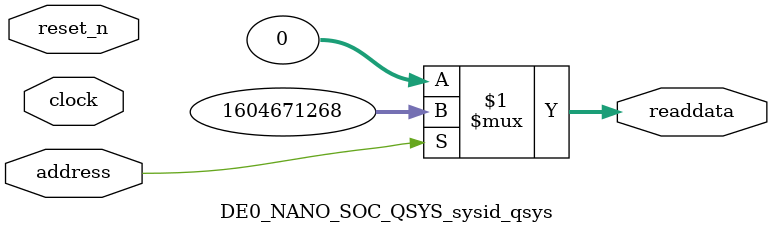
<source format=v>



// synthesis translate_off
`timescale 1ns / 1ps
// synthesis translate_on

// turn off superfluous verilog processor warnings 
// altera message_level Level1 
// altera message_off 10034 10035 10036 10037 10230 10240 10030 

module DE0_NANO_SOC_QSYS_sysid_qsys (
               // inputs:
                address,
                clock,
                reset_n,

               // outputs:
                readdata
             )
;

  output  [ 31: 0] readdata;
  input            address;
  input            clock;
  input            reset_n;

  wire    [ 31: 0] readdata;
  //control_slave, which is an e_avalon_slave
  assign readdata = address ? 1604671268 : 0;

endmodule



</source>
